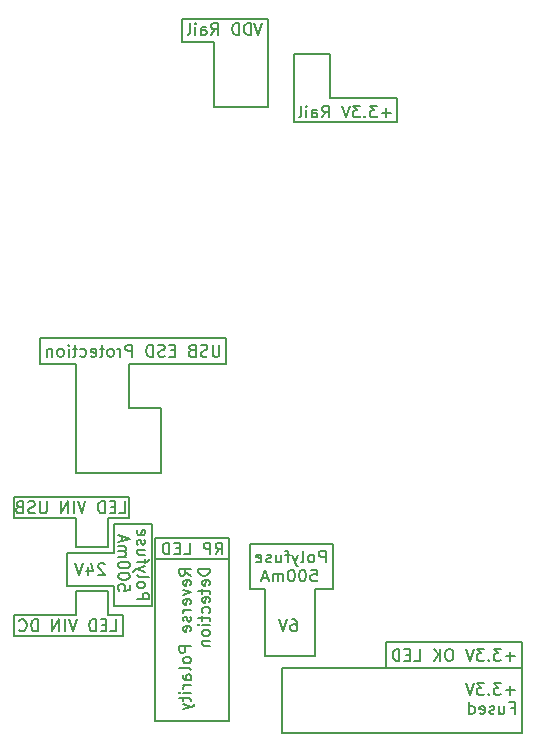
<source format=gbo>
G04 #@! TF.GenerationSoftware,KiCad,Pcbnew,7.0.9+1*
G04 #@! TF.CreationDate,2023-12-16T14:52:44+01:00*
G04 #@! TF.ProjectId,byron,6279726f-6e2e-46b6-9963-61645f706362,rev?*
G04 #@! TF.SameCoordinates,Original*
G04 #@! TF.FileFunction,Legend,Bot*
G04 #@! TF.FilePolarity,Positive*
%FSLAX46Y46*%
G04 Gerber Fmt 4.6, Leading zero omitted, Abs format (unit mm)*
G04 Created by KiCad (PCBNEW 7.0.9+1) date 2023-12-16 14:52:44*
%MOMM*%
%LPD*%
G01*
G04 APERTURE LIST*
%ADD10C,0.150000*%
%ADD11R,1.700000X1.700000*%
%ADD12O,1.700000X1.700000*%
%ADD13C,5.600000*%
%ADD14C,1.150000*%
%ADD15C,1.650000*%
%ADD16O,1.900000X1.000000*%
%ADD17O,1.250000X1.050000*%
%ADD18C,2.500000*%
G04 APERTURE END LIST*
D10*
X110950000Y-73950000D02*
X106450000Y-73950000D01*
X97450000Y-116950000D02*
X97450000Y-114950000D01*
X89450000Y-116950000D02*
X89450000Y-118700000D01*
X106450000Y-73950000D02*
X106450000Y-68450000D01*
X101200000Y-116200000D02*
X97950000Y-116200000D01*
X89450000Y-106950000D02*
X89450000Y-108700000D01*
X89450000Y-116950000D02*
X94700000Y-116950000D01*
X94700000Y-95700000D02*
X94700000Y-104950000D01*
X107450000Y-95700000D02*
X107450000Y-93450000D01*
X94700000Y-104950000D02*
X101950000Y-104950000D01*
X97950000Y-114450000D02*
X97950000Y-116200000D01*
X106450000Y-68450000D02*
X103700000Y-68450000D01*
X97950000Y-114450000D02*
X93950000Y-114450000D01*
X114950000Y-114700000D02*
X114950000Y-120450000D01*
X107450000Y-93450000D02*
X91700000Y-93450000D01*
X101200000Y-109200000D02*
X101200000Y-116200000D01*
X97450000Y-116950000D02*
X98700000Y-116950000D01*
X120950000Y-119200000D02*
X132450000Y-119200000D01*
X98700000Y-116950000D02*
X98700000Y-118700000D01*
X101450000Y-112200000D02*
X107700000Y-112200000D01*
X113200000Y-75200000D02*
X113200000Y-73200000D01*
X94700000Y-111200000D02*
X97450000Y-111200000D01*
X99200000Y-106950000D02*
X89450000Y-106950000D01*
X120950000Y-121450000D02*
X120950000Y-119200000D01*
X121950000Y-75200000D02*
X113200000Y-75200000D01*
X99200000Y-95700000D02*
X101950000Y-95700000D01*
X101950000Y-95700000D02*
X107450000Y-95700000D01*
X132450000Y-119200000D02*
X132450000Y-121450000D01*
X101450000Y-125950000D02*
X107700000Y-125950000D01*
X97950000Y-109200000D02*
X97950000Y-111700000D01*
X97450000Y-111200000D02*
X97450000Y-108700000D01*
X107700000Y-110450000D02*
X101450000Y-110450000D01*
X99200000Y-99450000D02*
X99200000Y-95700000D01*
X114950000Y-114700000D02*
X116450000Y-114700000D01*
X94700000Y-114950000D02*
X94700000Y-116950000D01*
X93950000Y-114450000D02*
X93950000Y-111700000D01*
X109450000Y-114700000D02*
X109450000Y-110950000D01*
X103700000Y-68450000D02*
X103700000Y-66450000D01*
X121950000Y-73200000D02*
X121950000Y-75200000D01*
X112200000Y-121450000D02*
X112200000Y-126950000D01*
X107700000Y-125950000D02*
X107700000Y-110450000D01*
X94700000Y-114950000D02*
X97450000Y-114950000D01*
X97450000Y-108700000D02*
X99200000Y-108700000D01*
X132450000Y-121450000D02*
X112200000Y-121450000D01*
X110950000Y-66450000D02*
X110950000Y-73950000D01*
X103700000Y-66450000D02*
X110950000Y-66450000D01*
X116200000Y-69450000D02*
X116200000Y-73200000D01*
X113200000Y-73200000D02*
X113200000Y-69450000D01*
X101950000Y-99450000D02*
X99200000Y-99450000D01*
X110700000Y-114700000D02*
X109450000Y-114700000D01*
X91700000Y-95700000D02*
X94700000Y-95700000D01*
X109450000Y-110950000D02*
X116450000Y-110950000D01*
X113200000Y-69450000D02*
X116200000Y-69450000D01*
X114950000Y-120450000D02*
X110700000Y-120450000D01*
X99200000Y-108700000D02*
X99200000Y-106950000D01*
X101200000Y-109200000D02*
X97950000Y-109200000D01*
X93950000Y-111700000D02*
X97950000Y-111700000D01*
X112200000Y-126950000D02*
X132450000Y-126950000D01*
X116200000Y-73200000D02*
X121950000Y-73200000D01*
X110700000Y-120450000D02*
X110700000Y-114700000D01*
X94700000Y-108700000D02*
X94700000Y-111200000D01*
X132450000Y-126950000D02*
X132450000Y-121450000D01*
X101450000Y-110450000D02*
X101450000Y-125950000D01*
X98700000Y-118700000D02*
X89450000Y-118700000D01*
X91700000Y-93450000D02*
X91700000Y-95700000D01*
X116450000Y-110950000D02*
X116450000Y-114700000D01*
X101950000Y-104950000D02*
X101950000Y-99450000D01*
X89450000Y-108700000D02*
X94700000Y-108700000D01*
X110506077Y-66819819D02*
X110172744Y-67819819D01*
X110172744Y-67819819D02*
X109839411Y-66819819D01*
X109506077Y-67819819D02*
X109506077Y-66819819D01*
X109506077Y-66819819D02*
X109267982Y-66819819D01*
X109267982Y-66819819D02*
X109125125Y-66867438D01*
X109125125Y-66867438D02*
X109029887Y-66962676D01*
X109029887Y-66962676D02*
X108982268Y-67057914D01*
X108982268Y-67057914D02*
X108934649Y-67248390D01*
X108934649Y-67248390D02*
X108934649Y-67391247D01*
X108934649Y-67391247D02*
X108982268Y-67581723D01*
X108982268Y-67581723D02*
X109029887Y-67676961D01*
X109029887Y-67676961D02*
X109125125Y-67772200D01*
X109125125Y-67772200D02*
X109267982Y-67819819D01*
X109267982Y-67819819D02*
X109506077Y-67819819D01*
X108506077Y-67819819D02*
X108506077Y-66819819D01*
X108506077Y-66819819D02*
X108267982Y-66819819D01*
X108267982Y-66819819D02*
X108125125Y-66867438D01*
X108125125Y-66867438D02*
X108029887Y-66962676D01*
X108029887Y-66962676D02*
X107982268Y-67057914D01*
X107982268Y-67057914D02*
X107934649Y-67248390D01*
X107934649Y-67248390D02*
X107934649Y-67391247D01*
X107934649Y-67391247D02*
X107982268Y-67581723D01*
X107982268Y-67581723D02*
X108029887Y-67676961D01*
X108029887Y-67676961D02*
X108125125Y-67772200D01*
X108125125Y-67772200D02*
X108267982Y-67819819D01*
X108267982Y-67819819D02*
X108506077Y-67819819D01*
X106172744Y-67819819D02*
X106506077Y-67343628D01*
X106744172Y-67819819D02*
X106744172Y-66819819D01*
X106744172Y-66819819D02*
X106363220Y-66819819D01*
X106363220Y-66819819D02*
X106267982Y-66867438D01*
X106267982Y-66867438D02*
X106220363Y-66915057D01*
X106220363Y-66915057D02*
X106172744Y-67010295D01*
X106172744Y-67010295D02*
X106172744Y-67153152D01*
X106172744Y-67153152D02*
X106220363Y-67248390D01*
X106220363Y-67248390D02*
X106267982Y-67296009D01*
X106267982Y-67296009D02*
X106363220Y-67343628D01*
X106363220Y-67343628D02*
X106744172Y-67343628D01*
X105315601Y-67819819D02*
X105315601Y-67296009D01*
X105315601Y-67296009D02*
X105363220Y-67200771D01*
X105363220Y-67200771D02*
X105458458Y-67153152D01*
X105458458Y-67153152D02*
X105648934Y-67153152D01*
X105648934Y-67153152D02*
X105744172Y-67200771D01*
X105315601Y-67772200D02*
X105410839Y-67819819D01*
X105410839Y-67819819D02*
X105648934Y-67819819D01*
X105648934Y-67819819D02*
X105744172Y-67772200D01*
X105744172Y-67772200D02*
X105791791Y-67676961D01*
X105791791Y-67676961D02*
X105791791Y-67581723D01*
X105791791Y-67581723D02*
X105744172Y-67486485D01*
X105744172Y-67486485D02*
X105648934Y-67438866D01*
X105648934Y-67438866D02*
X105410839Y-67438866D01*
X105410839Y-67438866D02*
X105315601Y-67391247D01*
X104839410Y-67819819D02*
X104839410Y-67153152D01*
X104839410Y-66819819D02*
X104887029Y-66867438D01*
X104887029Y-66867438D02*
X104839410Y-66915057D01*
X104839410Y-66915057D02*
X104791791Y-66867438D01*
X104791791Y-66867438D02*
X104839410Y-66819819D01*
X104839410Y-66819819D02*
X104839410Y-66915057D01*
X104220363Y-67819819D02*
X104315601Y-67772200D01*
X104315601Y-67772200D02*
X104363220Y-67676961D01*
X104363220Y-67676961D02*
X104363220Y-66819819D01*
X112984649Y-117319819D02*
X113175125Y-117319819D01*
X113175125Y-117319819D02*
X113270363Y-117367438D01*
X113270363Y-117367438D02*
X113317982Y-117415057D01*
X113317982Y-117415057D02*
X113413220Y-117557914D01*
X113413220Y-117557914D02*
X113460839Y-117748390D01*
X113460839Y-117748390D02*
X113460839Y-118129342D01*
X113460839Y-118129342D02*
X113413220Y-118224580D01*
X113413220Y-118224580D02*
X113365601Y-118272200D01*
X113365601Y-118272200D02*
X113270363Y-118319819D01*
X113270363Y-118319819D02*
X113079887Y-118319819D01*
X113079887Y-118319819D02*
X112984649Y-118272200D01*
X112984649Y-118272200D02*
X112937030Y-118224580D01*
X112937030Y-118224580D02*
X112889411Y-118129342D01*
X112889411Y-118129342D02*
X112889411Y-117891247D01*
X112889411Y-117891247D02*
X112937030Y-117796009D01*
X112937030Y-117796009D02*
X112984649Y-117748390D01*
X112984649Y-117748390D02*
X113079887Y-117700771D01*
X113079887Y-117700771D02*
X113270363Y-117700771D01*
X113270363Y-117700771D02*
X113365601Y-117748390D01*
X113365601Y-117748390D02*
X113413220Y-117796009D01*
X113413220Y-117796009D02*
X113460839Y-117891247D01*
X112603696Y-117319819D02*
X112270363Y-118319819D01*
X112270363Y-118319819D02*
X111937030Y-117319819D01*
X98387030Y-108319819D02*
X98863220Y-108319819D01*
X98863220Y-108319819D02*
X98863220Y-107319819D01*
X98053696Y-107796009D02*
X97720363Y-107796009D01*
X97577506Y-108319819D02*
X98053696Y-108319819D01*
X98053696Y-108319819D02*
X98053696Y-107319819D01*
X98053696Y-107319819D02*
X97577506Y-107319819D01*
X97148934Y-108319819D02*
X97148934Y-107319819D01*
X97148934Y-107319819D02*
X96910839Y-107319819D01*
X96910839Y-107319819D02*
X96767982Y-107367438D01*
X96767982Y-107367438D02*
X96672744Y-107462676D01*
X96672744Y-107462676D02*
X96625125Y-107557914D01*
X96625125Y-107557914D02*
X96577506Y-107748390D01*
X96577506Y-107748390D02*
X96577506Y-107891247D01*
X96577506Y-107891247D02*
X96625125Y-108081723D01*
X96625125Y-108081723D02*
X96672744Y-108176961D01*
X96672744Y-108176961D02*
X96767982Y-108272200D01*
X96767982Y-108272200D02*
X96910839Y-108319819D01*
X96910839Y-108319819D02*
X97148934Y-108319819D01*
X95529886Y-107319819D02*
X95196553Y-108319819D01*
X95196553Y-108319819D02*
X94863220Y-107319819D01*
X94529886Y-108319819D02*
X94529886Y-107319819D01*
X94053696Y-108319819D02*
X94053696Y-107319819D01*
X94053696Y-107319819D02*
X93482268Y-108319819D01*
X93482268Y-108319819D02*
X93482268Y-107319819D01*
X92244172Y-107319819D02*
X92244172Y-108129342D01*
X92244172Y-108129342D02*
X92196553Y-108224580D01*
X92196553Y-108224580D02*
X92148934Y-108272200D01*
X92148934Y-108272200D02*
X92053696Y-108319819D01*
X92053696Y-108319819D02*
X91863220Y-108319819D01*
X91863220Y-108319819D02*
X91767982Y-108272200D01*
X91767982Y-108272200D02*
X91720363Y-108224580D01*
X91720363Y-108224580D02*
X91672744Y-108129342D01*
X91672744Y-108129342D02*
X91672744Y-107319819D01*
X91244172Y-108272200D02*
X91101315Y-108319819D01*
X91101315Y-108319819D02*
X90863220Y-108319819D01*
X90863220Y-108319819D02*
X90767982Y-108272200D01*
X90767982Y-108272200D02*
X90720363Y-108224580D01*
X90720363Y-108224580D02*
X90672744Y-108129342D01*
X90672744Y-108129342D02*
X90672744Y-108034104D01*
X90672744Y-108034104D02*
X90720363Y-107938866D01*
X90720363Y-107938866D02*
X90767982Y-107891247D01*
X90767982Y-107891247D02*
X90863220Y-107843628D01*
X90863220Y-107843628D02*
X91053696Y-107796009D01*
X91053696Y-107796009D02*
X91148934Y-107748390D01*
X91148934Y-107748390D02*
X91196553Y-107700771D01*
X91196553Y-107700771D02*
X91244172Y-107605533D01*
X91244172Y-107605533D02*
X91244172Y-107510295D01*
X91244172Y-107510295D02*
X91196553Y-107415057D01*
X91196553Y-107415057D02*
X91148934Y-107367438D01*
X91148934Y-107367438D02*
X91053696Y-107319819D01*
X91053696Y-107319819D02*
X90815601Y-107319819D01*
X90815601Y-107319819D02*
X90672744Y-107367438D01*
X89910839Y-107796009D02*
X89767982Y-107843628D01*
X89767982Y-107843628D02*
X89720363Y-107891247D01*
X89720363Y-107891247D02*
X89672744Y-107986485D01*
X89672744Y-107986485D02*
X89672744Y-108129342D01*
X89672744Y-108129342D02*
X89720363Y-108224580D01*
X89720363Y-108224580D02*
X89767982Y-108272200D01*
X89767982Y-108272200D02*
X89863220Y-108319819D01*
X89863220Y-108319819D02*
X90244172Y-108319819D01*
X90244172Y-108319819D02*
X90244172Y-107319819D01*
X90244172Y-107319819D02*
X89910839Y-107319819D01*
X89910839Y-107319819D02*
X89815601Y-107367438D01*
X89815601Y-107367438D02*
X89767982Y-107415057D01*
X89767982Y-107415057D02*
X89720363Y-107510295D01*
X89720363Y-107510295D02*
X89720363Y-107605533D01*
X89720363Y-107605533D02*
X89767982Y-107700771D01*
X89767982Y-107700771D02*
X89815601Y-107748390D01*
X89815601Y-107748390D02*
X89910839Y-107796009D01*
X89910839Y-107796009D02*
X90244172Y-107796009D01*
X131863220Y-120438866D02*
X131101316Y-120438866D01*
X131482268Y-120819819D02*
X131482268Y-120057914D01*
X130720363Y-119819819D02*
X130101316Y-119819819D01*
X130101316Y-119819819D02*
X130434649Y-120200771D01*
X130434649Y-120200771D02*
X130291792Y-120200771D01*
X130291792Y-120200771D02*
X130196554Y-120248390D01*
X130196554Y-120248390D02*
X130148935Y-120296009D01*
X130148935Y-120296009D02*
X130101316Y-120391247D01*
X130101316Y-120391247D02*
X130101316Y-120629342D01*
X130101316Y-120629342D02*
X130148935Y-120724580D01*
X130148935Y-120724580D02*
X130196554Y-120772200D01*
X130196554Y-120772200D02*
X130291792Y-120819819D01*
X130291792Y-120819819D02*
X130577506Y-120819819D01*
X130577506Y-120819819D02*
X130672744Y-120772200D01*
X130672744Y-120772200D02*
X130720363Y-120724580D01*
X129672744Y-120724580D02*
X129625125Y-120772200D01*
X129625125Y-120772200D02*
X129672744Y-120819819D01*
X129672744Y-120819819D02*
X129720363Y-120772200D01*
X129720363Y-120772200D02*
X129672744Y-120724580D01*
X129672744Y-120724580D02*
X129672744Y-120819819D01*
X129291792Y-119819819D02*
X128672745Y-119819819D01*
X128672745Y-119819819D02*
X129006078Y-120200771D01*
X129006078Y-120200771D02*
X128863221Y-120200771D01*
X128863221Y-120200771D02*
X128767983Y-120248390D01*
X128767983Y-120248390D02*
X128720364Y-120296009D01*
X128720364Y-120296009D02*
X128672745Y-120391247D01*
X128672745Y-120391247D02*
X128672745Y-120629342D01*
X128672745Y-120629342D02*
X128720364Y-120724580D01*
X128720364Y-120724580D02*
X128767983Y-120772200D01*
X128767983Y-120772200D02*
X128863221Y-120819819D01*
X128863221Y-120819819D02*
X129148935Y-120819819D01*
X129148935Y-120819819D02*
X129244173Y-120772200D01*
X129244173Y-120772200D02*
X129291792Y-120724580D01*
X128387030Y-119819819D02*
X128053697Y-120819819D01*
X128053697Y-120819819D02*
X127720364Y-119819819D01*
X126434649Y-119819819D02*
X126244173Y-119819819D01*
X126244173Y-119819819D02*
X126148935Y-119867438D01*
X126148935Y-119867438D02*
X126053697Y-119962676D01*
X126053697Y-119962676D02*
X126006078Y-120153152D01*
X126006078Y-120153152D02*
X126006078Y-120486485D01*
X126006078Y-120486485D02*
X126053697Y-120676961D01*
X126053697Y-120676961D02*
X126148935Y-120772200D01*
X126148935Y-120772200D02*
X126244173Y-120819819D01*
X126244173Y-120819819D02*
X126434649Y-120819819D01*
X126434649Y-120819819D02*
X126529887Y-120772200D01*
X126529887Y-120772200D02*
X126625125Y-120676961D01*
X126625125Y-120676961D02*
X126672744Y-120486485D01*
X126672744Y-120486485D02*
X126672744Y-120153152D01*
X126672744Y-120153152D02*
X126625125Y-119962676D01*
X126625125Y-119962676D02*
X126529887Y-119867438D01*
X126529887Y-119867438D02*
X126434649Y-119819819D01*
X125577506Y-120819819D02*
X125577506Y-119819819D01*
X125006078Y-120819819D02*
X125434649Y-120248390D01*
X125006078Y-119819819D02*
X125577506Y-120391247D01*
X123339411Y-120819819D02*
X123815601Y-120819819D01*
X123815601Y-120819819D02*
X123815601Y-119819819D01*
X123006077Y-120296009D02*
X122672744Y-120296009D01*
X122529887Y-120819819D02*
X123006077Y-120819819D01*
X123006077Y-120819819D02*
X123006077Y-119819819D01*
X123006077Y-119819819D02*
X122529887Y-119819819D01*
X122101315Y-120819819D02*
X122101315Y-119819819D01*
X122101315Y-119819819D02*
X121863220Y-119819819D01*
X121863220Y-119819819D02*
X121720363Y-119867438D01*
X121720363Y-119867438D02*
X121625125Y-119962676D01*
X121625125Y-119962676D02*
X121577506Y-120057914D01*
X121577506Y-120057914D02*
X121529887Y-120248390D01*
X121529887Y-120248390D02*
X121529887Y-120391247D01*
X121529887Y-120391247D02*
X121577506Y-120581723D01*
X121577506Y-120581723D02*
X121625125Y-120676961D01*
X121625125Y-120676961D02*
X121720363Y-120772200D01*
X121720363Y-120772200D02*
X121863220Y-120819819D01*
X121863220Y-120819819D02*
X122101315Y-120819819D01*
X115863220Y-112489819D02*
X115863220Y-111489819D01*
X115863220Y-111489819D02*
X115482268Y-111489819D01*
X115482268Y-111489819D02*
X115387030Y-111537438D01*
X115387030Y-111537438D02*
X115339411Y-111585057D01*
X115339411Y-111585057D02*
X115291792Y-111680295D01*
X115291792Y-111680295D02*
X115291792Y-111823152D01*
X115291792Y-111823152D02*
X115339411Y-111918390D01*
X115339411Y-111918390D02*
X115387030Y-111966009D01*
X115387030Y-111966009D02*
X115482268Y-112013628D01*
X115482268Y-112013628D02*
X115863220Y-112013628D01*
X114720363Y-112489819D02*
X114815601Y-112442200D01*
X114815601Y-112442200D02*
X114863220Y-112394580D01*
X114863220Y-112394580D02*
X114910839Y-112299342D01*
X114910839Y-112299342D02*
X114910839Y-112013628D01*
X114910839Y-112013628D02*
X114863220Y-111918390D01*
X114863220Y-111918390D02*
X114815601Y-111870771D01*
X114815601Y-111870771D02*
X114720363Y-111823152D01*
X114720363Y-111823152D02*
X114577506Y-111823152D01*
X114577506Y-111823152D02*
X114482268Y-111870771D01*
X114482268Y-111870771D02*
X114434649Y-111918390D01*
X114434649Y-111918390D02*
X114387030Y-112013628D01*
X114387030Y-112013628D02*
X114387030Y-112299342D01*
X114387030Y-112299342D02*
X114434649Y-112394580D01*
X114434649Y-112394580D02*
X114482268Y-112442200D01*
X114482268Y-112442200D02*
X114577506Y-112489819D01*
X114577506Y-112489819D02*
X114720363Y-112489819D01*
X113815601Y-112489819D02*
X113910839Y-112442200D01*
X113910839Y-112442200D02*
X113958458Y-112346961D01*
X113958458Y-112346961D02*
X113958458Y-111489819D01*
X113529886Y-111823152D02*
X113291791Y-112489819D01*
X113053696Y-111823152D02*
X113291791Y-112489819D01*
X113291791Y-112489819D02*
X113387029Y-112727914D01*
X113387029Y-112727914D02*
X113434648Y-112775533D01*
X113434648Y-112775533D02*
X113529886Y-112823152D01*
X112815600Y-111823152D02*
X112434648Y-111823152D01*
X112672743Y-112489819D02*
X112672743Y-111632676D01*
X112672743Y-111632676D02*
X112625124Y-111537438D01*
X112625124Y-111537438D02*
X112529886Y-111489819D01*
X112529886Y-111489819D02*
X112434648Y-111489819D01*
X111672743Y-111823152D02*
X111672743Y-112489819D01*
X112101314Y-111823152D02*
X112101314Y-112346961D01*
X112101314Y-112346961D02*
X112053695Y-112442200D01*
X112053695Y-112442200D02*
X111958457Y-112489819D01*
X111958457Y-112489819D02*
X111815600Y-112489819D01*
X111815600Y-112489819D02*
X111720362Y-112442200D01*
X111720362Y-112442200D02*
X111672743Y-112394580D01*
X111244171Y-112442200D02*
X111148933Y-112489819D01*
X111148933Y-112489819D02*
X110958457Y-112489819D01*
X110958457Y-112489819D02*
X110863219Y-112442200D01*
X110863219Y-112442200D02*
X110815600Y-112346961D01*
X110815600Y-112346961D02*
X110815600Y-112299342D01*
X110815600Y-112299342D02*
X110863219Y-112204104D01*
X110863219Y-112204104D02*
X110958457Y-112156485D01*
X110958457Y-112156485D02*
X111101314Y-112156485D01*
X111101314Y-112156485D02*
X111196552Y-112108866D01*
X111196552Y-112108866D02*
X111244171Y-112013628D01*
X111244171Y-112013628D02*
X111244171Y-111966009D01*
X111244171Y-111966009D02*
X111196552Y-111870771D01*
X111196552Y-111870771D02*
X111101314Y-111823152D01*
X111101314Y-111823152D02*
X110958457Y-111823152D01*
X110958457Y-111823152D02*
X110863219Y-111870771D01*
X110006076Y-112442200D02*
X110101314Y-112489819D01*
X110101314Y-112489819D02*
X110291790Y-112489819D01*
X110291790Y-112489819D02*
X110387028Y-112442200D01*
X110387028Y-112442200D02*
X110434647Y-112346961D01*
X110434647Y-112346961D02*
X110434647Y-111966009D01*
X110434647Y-111966009D02*
X110387028Y-111870771D01*
X110387028Y-111870771D02*
X110291790Y-111823152D01*
X110291790Y-111823152D02*
X110101314Y-111823152D01*
X110101314Y-111823152D02*
X110006076Y-111870771D01*
X110006076Y-111870771D02*
X109958457Y-111966009D01*
X109958457Y-111966009D02*
X109958457Y-112061247D01*
X109958457Y-112061247D02*
X110434647Y-112156485D01*
X114625125Y-113099819D02*
X115101315Y-113099819D01*
X115101315Y-113099819D02*
X115148934Y-113576009D01*
X115148934Y-113576009D02*
X115101315Y-113528390D01*
X115101315Y-113528390D02*
X115006077Y-113480771D01*
X115006077Y-113480771D02*
X114767982Y-113480771D01*
X114767982Y-113480771D02*
X114672744Y-113528390D01*
X114672744Y-113528390D02*
X114625125Y-113576009D01*
X114625125Y-113576009D02*
X114577506Y-113671247D01*
X114577506Y-113671247D02*
X114577506Y-113909342D01*
X114577506Y-113909342D02*
X114625125Y-114004580D01*
X114625125Y-114004580D02*
X114672744Y-114052200D01*
X114672744Y-114052200D02*
X114767982Y-114099819D01*
X114767982Y-114099819D02*
X115006077Y-114099819D01*
X115006077Y-114099819D02*
X115101315Y-114052200D01*
X115101315Y-114052200D02*
X115148934Y-114004580D01*
X113958458Y-113099819D02*
X113863220Y-113099819D01*
X113863220Y-113099819D02*
X113767982Y-113147438D01*
X113767982Y-113147438D02*
X113720363Y-113195057D01*
X113720363Y-113195057D02*
X113672744Y-113290295D01*
X113672744Y-113290295D02*
X113625125Y-113480771D01*
X113625125Y-113480771D02*
X113625125Y-113718866D01*
X113625125Y-113718866D02*
X113672744Y-113909342D01*
X113672744Y-113909342D02*
X113720363Y-114004580D01*
X113720363Y-114004580D02*
X113767982Y-114052200D01*
X113767982Y-114052200D02*
X113863220Y-114099819D01*
X113863220Y-114099819D02*
X113958458Y-114099819D01*
X113958458Y-114099819D02*
X114053696Y-114052200D01*
X114053696Y-114052200D02*
X114101315Y-114004580D01*
X114101315Y-114004580D02*
X114148934Y-113909342D01*
X114148934Y-113909342D02*
X114196553Y-113718866D01*
X114196553Y-113718866D02*
X114196553Y-113480771D01*
X114196553Y-113480771D02*
X114148934Y-113290295D01*
X114148934Y-113290295D02*
X114101315Y-113195057D01*
X114101315Y-113195057D02*
X114053696Y-113147438D01*
X114053696Y-113147438D02*
X113958458Y-113099819D01*
X113006077Y-113099819D02*
X112910839Y-113099819D01*
X112910839Y-113099819D02*
X112815601Y-113147438D01*
X112815601Y-113147438D02*
X112767982Y-113195057D01*
X112767982Y-113195057D02*
X112720363Y-113290295D01*
X112720363Y-113290295D02*
X112672744Y-113480771D01*
X112672744Y-113480771D02*
X112672744Y-113718866D01*
X112672744Y-113718866D02*
X112720363Y-113909342D01*
X112720363Y-113909342D02*
X112767982Y-114004580D01*
X112767982Y-114004580D02*
X112815601Y-114052200D01*
X112815601Y-114052200D02*
X112910839Y-114099819D01*
X112910839Y-114099819D02*
X113006077Y-114099819D01*
X113006077Y-114099819D02*
X113101315Y-114052200D01*
X113101315Y-114052200D02*
X113148934Y-114004580D01*
X113148934Y-114004580D02*
X113196553Y-113909342D01*
X113196553Y-113909342D02*
X113244172Y-113718866D01*
X113244172Y-113718866D02*
X113244172Y-113480771D01*
X113244172Y-113480771D02*
X113196553Y-113290295D01*
X113196553Y-113290295D02*
X113148934Y-113195057D01*
X113148934Y-113195057D02*
X113101315Y-113147438D01*
X113101315Y-113147438D02*
X113006077Y-113099819D01*
X112244172Y-114099819D02*
X112244172Y-113433152D01*
X112244172Y-113528390D02*
X112196553Y-113480771D01*
X112196553Y-113480771D02*
X112101315Y-113433152D01*
X112101315Y-113433152D02*
X111958458Y-113433152D01*
X111958458Y-113433152D02*
X111863220Y-113480771D01*
X111863220Y-113480771D02*
X111815601Y-113576009D01*
X111815601Y-113576009D02*
X111815601Y-114099819D01*
X111815601Y-113576009D02*
X111767982Y-113480771D01*
X111767982Y-113480771D02*
X111672744Y-113433152D01*
X111672744Y-113433152D02*
X111529887Y-113433152D01*
X111529887Y-113433152D02*
X111434648Y-113480771D01*
X111434648Y-113480771D02*
X111387029Y-113576009D01*
X111387029Y-113576009D02*
X111387029Y-114099819D01*
X110958458Y-113814104D02*
X110482268Y-113814104D01*
X111053696Y-114099819D02*
X110720363Y-113099819D01*
X110720363Y-113099819D02*
X110387030Y-114099819D01*
X97160839Y-112665057D02*
X97113220Y-112617438D01*
X97113220Y-112617438D02*
X97017982Y-112569819D01*
X97017982Y-112569819D02*
X96779887Y-112569819D01*
X96779887Y-112569819D02*
X96684649Y-112617438D01*
X96684649Y-112617438D02*
X96637030Y-112665057D01*
X96637030Y-112665057D02*
X96589411Y-112760295D01*
X96589411Y-112760295D02*
X96589411Y-112855533D01*
X96589411Y-112855533D02*
X96637030Y-112998390D01*
X96637030Y-112998390D02*
X97208458Y-113569819D01*
X97208458Y-113569819D02*
X96589411Y-113569819D01*
X95732268Y-112903152D02*
X95732268Y-113569819D01*
X95970363Y-112522200D02*
X96208458Y-113236485D01*
X96208458Y-113236485D02*
X95589411Y-113236485D01*
X95351315Y-112569819D02*
X95017982Y-113569819D01*
X95017982Y-113569819D02*
X94684649Y-112569819D01*
X104459819Y-113608207D02*
X103983628Y-113274874D01*
X104459819Y-113036779D02*
X103459819Y-113036779D01*
X103459819Y-113036779D02*
X103459819Y-113417731D01*
X103459819Y-113417731D02*
X103507438Y-113512969D01*
X103507438Y-113512969D02*
X103555057Y-113560588D01*
X103555057Y-113560588D02*
X103650295Y-113608207D01*
X103650295Y-113608207D02*
X103793152Y-113608207D01*
X103793152Y-113608207D02*
X103888390Y-113560588D01*
X103888390Y-113560588D02*
X103936009Y-113512969D01*
X103936009Y-113512969D02*
X103983628Y-113417731D01*
X103983628Y-113417731D02*
X103983628Y-113036779D01*
X104412200Y-114417731D02*
X104459819Y-114322493D01*
X104459819Y-114322493D02*
X104459819Y-114132017D01*
X104459819Y-114132017D02*
X104412200Y-114036779D01*
X104412200Y-114036779D02*
X104316961Y-113989160D01*
X104316961Y-113989160D02*
X103936009Y-113989160D01*
X103936009Y-113989160D02*
X103840771Y-114036779D01*
X103840771Y-114036779D02*
X103793152Y-114132017D01*
X103793152Y-114132017D02*
X103793152Y-114322493D01*
X103793152Y-114322493D02*
X103840771Y-114417731D01*
X103840771Y-114417731D02*
X103936009Y-114465350D01*
X103936009Y-114465350D02*
X104031247Y-114465350D01*
X104031247Y-114465350D02*
X104126485Y-113989160D01*
X103793152Y-114798684D02*
X104459819Y-115036779D01*
X104459819Y-115036779D02*
X103793152Y-115274874D01*
X104412200Y-116036779D02*
X104459819Y-115941541D01*
X104459819Y-115941541D02*
X104459819Y-115751065D01*
X104459819Y-115751065D02*
X104412200Y-115655827D01*
X104412200Y-115655827D02*
X104316961Y-115608208D01*
X104316961Y-115608208D02*
X103936009Y-115608208D01*
X103936009Y-115608208D02*
X103840771Y-115655827D01*
X103840771Y-115655827D02*
X103793152Y-115751065D01*
X103793152Y-115751065D02*
X103793152Y-115941541D01*
X103793152Y-115941541D02*
X103840771Y-116036779D01*
X103840771Y-116036779D02*
X103936009Y-116084398D01*
X103936009Y-116084398D02*
X104031247Y-116084398D01*
X104031247Y-116084398D02*
X104126485Y-115608208D01*
X104459819Y-116512970D02*
X103793152Y-116512970D01*
X103983628Y-116512970D02*
X103888390Y-116560589D01*
X103888390Y-116560589D02*
X103840771Y-116608208D01*
X103840771Y-116608208D02*
X103793152Y-116703446D01*
X103793152Y-116703446D02*
X103793152Y-116798684D01*
X104412200Y-117084399D02*
X104459819Y-117179637D01*
X104459819Y-117179637D02*
X104459819Y-117370113D01*
X104459819Y-117370113D02*
X104412200Y-117465351D01*
X104412200Y-117465351D02*
X104316961Y-117512970D01*
X104316961Y-117512970D02*
X104269342Y-117512970D01*
X104269342Y-117512970D02*
X104174104Y-117465351D01*
X104174104Y-117465351D02*
X104126485Y-117370113D01*
X104126485Y-117370113D02*
X104126485Y-117227256D01*
X104126485Y-117227256D02*
X104078866Y-117132018D01*
X104078866Y-117132018D02*
X103983628Y-117084399D01*
X103983628Y-117084399D02*
X103936009Y-117084399D01*
X103936009Y-117084399D02*
X103840771Y-117132018D01*
X103840771Y-117132018D02*
X103793152Y-117227256D01*
X103793152Y-117227256D02*
X103793152Y-117370113D01*
X103793152Y-117370113D02*
X103840771Y-117465351D01*
X104412200Y-118322494D02*
X104459819Y-118227256D01*
X104459819Y-118227256D02*
X104459819Y-118036780D01*
X104459819Y-118036780D02*
X104412200Y-117941542D01*
X104412200Y-117941542D02*
X104316961Y-117893923D01*
X104316961Y-117893923D02*
X103936009Y-117893923D01*
X103936009Y-117893923D02*
X103840771Y-117941542D01*
X103840771Y-117941542D02*
X103793152Y-118036780D01*
X103793152Y-118036780D02*
X103793152Y-118227256D01*
X103793152Y-118227256D02*
X103840771Y-118322494D01*
X103840771Y-118322494D02*
X103936009Y-118370113D01*
X103936009Y-118370113D02*
X104031247Y-118370113D01*
X104031247Y-118370113D02*
X104126485Y-117893923D01*
X104459819Y-119560590D02*
X103459819Y-119560590D01*
X103459819Y-119560590D02*
X103459819Y-119941542D01*
X103459819Y-119941542D02*
X103507438Y-120036780D01*
X103507438Y-120036780D02*
X103555057Y-120084399D01*
X103555057Y-120084399D02*
X103650295Y-120132018D01*
X103650295Y-120132018D02*
X103793152Y-120132018D01*
X103793152Y-120132018D02*
X103888390Y-120084399D01*
X103888390Y-120084399D02*
X103936009Y-120036780D01*
X103936009Y-120036780D02*
X103983628Y-119941542D01*
X103983628Y-119941542D02*
X103983628Y-119560590D01*
X104459819Y-120703447D02*
X104412200Y-120608209D01*
X104412200Y-120608209D02*
X104364580Y-120560590D01*
X104364580Y-120560590D02*
X104269342Y-120512971D01*
X104269342Y-120512971D02*
X103983628Y-120512971D01*
X103983628Y-120512971D02*
X103888390Y-120560590D01*
X103888390Y-120560590D02*
X103840771Y-120608209D01*
X103840771Y-120608209D02*
X103793152Y-120703447D01*
X103793152Y-120703447D02*
X103793152Y-120846304D01*
X103793152Y-120846304D02*
X103840771Y-120941542D01*
X103840771Y-120941542D02*
X103888390Y-120989161D01*
X103888390Y-120989161D02*
X103983628Y-121036780D01*
X103983628Y-121036780D02*
X104269342Y-121036780D01*
X104269342Y-121036780D02*
X104364580Y-120989161D01*
X104364580Y-120989161D02*
X104412200Y-120941542D01*
X104412200Y-120941542D02*
X104459819Y-120846304D01*
X104459819Y-120846304D02*
X104459819Y-120703447D01*
X104459819Y-121608209D02*
X104412200Y-121512971D01*
X104412200Y-121512971D02*
X104316961Y-121465352D01*
X104316961Y-121465352D02*
X103459819Y-121465352D01*
X104459819Y-122417733D02*
X103936009Y-122417733D01*
X103936009Y-122417733D02*
X103840771Y-122370114D01*
X103840771Y-122370114D02*
X103793152Y-122274876D01*
X103793152Y-122274876D02*
X103793152Y-122084400D01*
X103793152Y-122084400D02*
X103840771Y-121989162D01*
X104412200Y-122417733D02*
X104459819Y-122322495D01*
X104459819Y-122322495D02*
X104459819Y-122084400D01*
X104459819Y-122084400D02*
X104412200Y-121989162D01*
X104412200Y-121989162D02*
X104316961Y-121941543D01*
X104316961Y-121941543D02*
X104221723Y-121941543D01*
X104221723Y-121941543D02*
X104126485Y-121989162D01*
X104126485Y-121989162D02*
X104078866Y-122084400D01*
X104078866Y-122084400D02*
X104078866Y-122322495D01*
X104078866Y-122322495D02*
X104031247Y-122417733D01*
X104459819Y-122893924D02*
X103793152Y-122893924D01*
X103983628Y-122893924D02*
X103888390Y-122941543D01*
X103888390Y-122941543D02*
X103840771Y-122989162D01*
X103840771Y-122989162D02*
X103793152Y-123084400D01*
X103793152Y-123084400D02*
X103793152Y-123179638D01*
X104459819Y-123512972D02*
X103793152Y-123512972D01*
X103459819Y-123512972D02*
X103507438Y-123465353D01*
X103507438Y-123465353D02*
X103555057Y-123512972D01*
X103555057Y-123512972D02*
X103507438Y-123560591D01*
X103507438Y-123560591D02*
X103459819Y-123512972D01*
X103459819Y-123512972D02*
X103555057Y-123512972D01*
X103793152Y-123846305D02*
X103793152Y-124227257D01*
X103459819Y-123989162D02*
X104316961Y-123989162D01*
X104316961Y-123989162D02*
X104412200Y-124036781D01*
X104412200Y-124036781D02*
X104459819Y-124132019D01*
X104459819Y-124132019D02*
X104459819Y-124227257D01*
X103793152Y-124465353D02*
X104459819Y-124703448D01*
X103793152Y-124941543D02*
X104459819Y-124703448D01*
X104459819Y-124703448D02*
X104697914Y-124608210D01*
X104697914Y-124608210D02*
X104745533Y-124560591D01*
X104745533Y-124560591D02*
X104793152Y-124465353D01*
X106069819Y-113036779D02*
X105069819Y-113036779D01*
X105069819Y-113036779D02*
X105069819Y-113274874D01*
X105069819Y-113274874D02*
X105117438Y-113417731D01*
X105117438Y-113417731D02*
X105212676Y-113512969D01*
X105212676Y-113512969D02*
X105307914Y-113560588D01*
X105307914Y-113560588D02*
X105498390Y-113608207D01*
X105498390Y-113608207D02*
X105641247Y-113608207D01*
X105641247Y-113608207D02*
X105831723Y-113560588D01*
X105831723Y-113560588D02*
X105926961Y-113512969D01*
X105926961Y-113512969D02*
X106022200Y-113417731D01*
X106022200Y-113417731D02*
X106069819Y-113274874D01*
X106069819Y-113274874D02*
X106069819Y-113036779D01*
X106022200Y-114417731D02*
X106069819Y-114322493D01*
X106069819Y-114322493D02*
X106069819Y-114132017D01*
X106069819Y-114132017D02*
X106022200Y-114036779D01*
X106022200Y-114036779D02*
X105926961Y-113989160D01*
X105926961Y-113989160D02*
X105546009Y-113989160D01*
X105546009Y-113989160D02*
X105450771Y-114036779D01*
X105450771Y-114036779D02*
X105403152Y-114132017D01*
X105403152Y-114132017D02*
X105403152Y-114322493D01*
X105403152Y-114322493D02*
X105450771Y-114417731D01*
X105450771Y-114417731D02*
X105546009Y-114465350D01*
X105546009Y-114465350D02*
X105641247Y-114465350D01*
X105641247Y-114465350D02*
X105736485Y-113989160D01*
X105403152Y-114751065D02*
X105403152Y-115132017D01*
X105069819Y-114893922D02*
X105926961Y-114893922D01*
X105926961Y-114893922D02*
X106022200Y-114941541D01*
X106022200Y-114941541D02*
X106069819Y-115036779D01*
X106069819Y-115036779D02*
X106069819Y-115132017D01*
X106022200Y-115846303D02*
X106069819Y-115751065D01*
X106069819Y-115751065D02*
X106069819Y-115560589D01*
X106069819Y-115560589D02*
X106022200Y-115465351D01*
X106022200Y-115465351D02*
X105926961Y-115417732D01*
X105926961Y-115417732D02*
X105546009Y-115417732D01*
X105546009Y-115417732D02*
X105450771Y-115465351D01*
X105450771Y-115465351D02*
X105403152Y-115560589D01*
X105403152Y-115560589D02*
X105403152Y-115751065D01*
X105403152Y-115751065D02*
X105450771Y-115846303D01*
X105450771Y-115846303D02*
X105546009Y-115893922D01*
X105546009Y-115893922D02*
X105641247Y-115893922D01*
X105641247Y-115893922D02*
X105736485Y-115417732D01*
X106022200Y-116751065D02*
X106069819Y-116655827D01*
X106069819Y-116655827D02*
X106069819Y-116465351D01*
X106069819Y-116465351D02*
X106022200Y-116370113D01*
X106022200Y-116370113D02*
X105974580Y-116322494D01*
X105974580Y-116322494D02*
X105879342Y-116274875D01*
X105879342Y-116274875D02*
X105593628Y-116274875D01*
X105593628Y-116274875D02*
X105498390Y-116322494D01*
X105498390Y-116322494D02*
X105450771Y-116370113D01*
X105450771Y-116370113D02*
X105403152Y-116465351D01*
X105403152Y-116465351D02*
X105403152Y-116655827D01*
X105403152Y-116655827D02*
X105450771Y-116751065D01*
X105403152Y-117036780D02*
X105403152Y-117417732D01*
X105069819Y-117179637D02*
X105926961Y-117179637D01*
X105926961Y-117179637D02*
X106022200Y-117227256D01*
X106022200Y-117227256D02*
X106069819Y-117322494D01*
X106069819Y-117322494D02*
X106069819Y-117417732D01*
X106069819Y-117751066D02*
X105403152Y-117751066D01*
X105069819Y-117751066D02*
X105117438Y-117703447D01*
X105117438Y-117703447D02*
X105165057Y-117751066D01*
X105165057Y-117751066D02*
X105117438Y-117798685D01*
X105117438Y-117798685D02*
X105069819Y-117751066D01*
X105069819Y-117751066D02*
X105165057Y-117751066D01*
X106069819Y-118370113D02*
X106022200Y-118274875D01*
X106022200Y-118274875D02*
X105974580Y-118227256D01*
X105974580Y-118227256D02*
X105879342Y-118179637D01*
X105879342Y-118179637D02*
X105593628Y-118179637D01*
X105593628Y-118179637D02*
X105498390Y-118227256D01*
X105498390Y-118227256D02*
X105450771Y-118274875D01*
X105450771Y-118274875D02*
X105403152Y-118370113D01*
X105403152Y-118370113D02*
X105403152Y-118512970D01*
X105403152Y-118512970D02*
X105450771Y-118608208D01*
X105450771Y-118608208D02*
X105498390Y-118655827D01*
X105498390Y-118655827D02*
X105593628Y-118703446D01*
X105593628Y-118703446D02*
X105879342Y-118703446D01*
X105879342Y-118703446D02*
X105974580Y-118655827D01*
X105974580Y-118655827D02*
X106022200Y-118608208D01*
X106022200Y-118608208D02*
X106069819Y-118512970D01*
X106069819Y-118512970D02*
X106069819Y-118370113D01*
X105403152Y-119132018D02*
X106069819Y-119132018D01*
X105498390Y-119132018D02*
X105450771Y-119179637D01*
X105450771Y-119179637D02*
X105403152Y-119274875D01*
X105403152Y-119274875D02*
X105403152Y-119417732D01*
X105403152Y-119417732D02*
X105450771Y-119512970D01*
X105450771Y-119512970D02*
X105546009Y-119560589D01*
X105546009Y-119560589D02*
X106069819Y-119560589D01*
X106541792Y-111819819D02*
X106875125Y-111343628D01*
X107113220Y-111819819D02*
X107113220Y-110819819D01*
X107113220Y-110819819D02*
X106732268Y-110819819D01*
X106732268Y-110819819D02*
X106637030Y-110867438D01*
X106637030Y-110867438D02*
X106589411Y-110915057D01*
X106589411Y-110915057D02*
X106541792Y-111010295D01*
X106541792Y-111010295D02*
X106541792Y-111153152D01*
X106541792Y-111153152D02*
X106589411Y-111248390D01*
X106589411Y-111248390D02*
X106637030Y-111296009D01*
X106637030Y-111296009D02*
X106732268Y-111343628D01*
X106732268Y-111343628D02*
X107113220Y-111343628D01*
X106113220Y-111819819D02*
X106113220Y-110819819D01*
X106113220Y-110819819D02*
X105732268Y-110819819D01*
X105732268Y-110819819D02*
X105637030Y-110867438D01*
X105637030Y-110867438D02*
X105589411Y-110915057D01*
X105589411Y-110915057D02*
X105541792Y-111010295D01*
X105541792Y-111010295D02*
X105541792Y-111153152D01*
X105541792Y-111153152D02*
X105589411Y-111248390D01*
X105589411Y-111248390D02*
X105637030Y-111296009D01*
X105637030Y-111296009D02*
X105732268Y-111343628D01*
X105732268Y-111343628D02*
X106113220Y-111343628D01*
X103875125Y-111819819D02*
X104351315Y-111819819D01*
X104351315Y-111819819D02*
X104351315Y-110819819D01*
X103541791Y-111296009D02*
X103208458Y-111296009D01*
X103065601Y-111819819D02*
X103541791Y-111819819D01*
X103541791Y-111819819D02*
X103541791Y-110819819D01*
X103541791Y-110819819D02*
X103065601Y-110819819D01*
X102637029Y-111819819D02*
X102637029Y-110819819D01*
X102637029Y-110819819D02*
X102398934Y-110819819D01*
X102398934Y-110819819D02*
X102256077Y-110867438D01*
X102256077Y-110867438D02*
X102160839Y-110962676D01*
X102160839Y-110962676D02*
X102113220Y-111057914D01*
X102113220Y-111057914D02*
X102065601Y-111248390D01*
X102065601Y-111248390D02*
X102065601Y-111391247D01*
X102065601Y-111391247D02*
X102113220Y-111581723D01*
X102113220Y-111581723D02*
X102160839Y-111676961D01*
X102160839Y-111676961D02*
X102256077Y-111772200D01*
X102256077Y-111772200D02*
X102398934Y-111819819D01*
X102398934Y-111819819D02*
X102637029Y-111819819D01*
X121363220Y-74438866D02*
X120601316Y-74438866D01*
X120982268Y-74819819D02*
X120982268Y-74057914D01*
X120220363Y-73819819D02*
X119601316Y-73819819D01*
X119601316Y-73819819D02*
X119934649Y-74200771D01*
X119934649Y-74200771D02*
X119791792Y-74200771D01*
X119791792Y-74200771D02*
X119696554Y-74248390D01*
X119696554Y-74248390D02*
X119648935Y-74296009D01*
X119648935Y-74296009D02*
X119601316Y-74391247D01*
X119601316Y-74391247D02*
X119601316Y-74629342D01*
X119601316Y-74629342D02*
X119648935Y-74724580D01*
X119648935Y-74724580D02*
X119696554Y-74772200D01*
X119696554Y-74772200D02*
X119791792Y-74819819D01*
X119791792Y-74819819D02*
X120077506Y-74819819D01*
X120077506Y-74819819D02*
X120172744Y-74772200D01*
X120172744Y-74772200D02*
X120220363Y-74724580D01*
X119172744Y-74724580D02*
X119125125Y-74772200D01*
X119125125Y-74772200D02*
X119172744Y-74819819D01*
X119172744Y-74819819D02*
X119220363Y-74772200D01*
X119220363Y-74772200D02*
X119172744Y-74724580D01*
X119172744Y-74724580D02*
X119172744Y-74819819D01*
X118791792Y-73819819D02*
X118172745Y-73819819D01*
X118172745Y-73819819D02*
X118506078Y-74200771D01*
X118506078Y-74200771D02*
X118363221Y-74200771D01*
X118363221Y-74200771D02*
X118267983Y-74248390D01*
X118267983Y-74248390D02*
X118220364Y-74296009D01*
X118220364Y-74296009D02*
X118172745Y-74391247D01*
X118172745Y-74391247D02*
X118172745Y-74629342D01*
X118172745Y-74629342D02*
X118220364Y-74724580D01*
X118220364Y-74724580D02*
X118267983Y-74772200D01*
X118267983Y-74772200D02*
X118363221Y-74819819D01*
X118363221Y-74819819D02*
X118648935Y-74819819D01*
X118648935Y-74819819D02*
X118744173Y-74772200D01*
X118744173Y-74772200D02*
X118791792Y-74724580D01*
X117887030Y-73819819D02*
X117553697Y-74819819D01*
X117553697Y-74819819D02*
X117220364Y-73819819D01*
X115553697Y-74819819D02*
X115887030Y-74343628D01*
X116125125Y-74819819D02*
X116125125Y-73819819D01*
X116125125Y-73819819D02*
X115744173Y-73819819D01*
X115744173Y-73819819D02*
X115648935Y-73867438D01*
X115648935Y-73867438D02*
X115601316Y-73915057D01*
X115601316Y-73915057D02*
X115553697Y-74010295D01*
X115553697Y-74010295D02*
X115553697Y-74153152D01*
X115553697Y-74153152D02*
X115601316Y-74248390D01*
X115601316Y-74248390D02*
X115648935Y-74296009D01*
X115648935Y-74296009D02*
X115744173Y-74343628D01*
X115744173Y-74343628D02*
X116125125Y-74343628D01*
X114696554Y-74819819D02*
X114696554Y-74296009D01*
X114696554Y-74296009D02*
X114744173Y-74200771D01*
X114744173Y-74200771D02*
X114839411Y-74153152D01*
X114839411Y-74153152D02*
X115029887Y-74153152D01*
X115029887Y-74153152D02*
X115125125Y-74200771D01*
X114696554Y-74772200D02*
X114791792Y-74819819D01*
X114791792Y-74819819D02*
X115029887Y-74819819D01*
X115029887Y-74819819D02*
X115125125Y-74772200D01*
X115125125Y-74772200D02*
X115172744Y-74676961D01*
X115172744Y-74676961D02*
X115172744Y-74581723D01*
X115172744Y-74581723D02*
X115125125Y-74486485D01*
X115125125Y-74486485D02*
X115029887Y-74438866D01*
X115029887Y-74438866D02*
X114791792Y-74438866D01*
X114791792Y-74438866D02*
X114696554Y-74391247D01*
X114220363Y-74819819D02*
X114220363Y-74153152D01*
X114220363Y-73819819D02*
X114267982Y-73867438D01*
X114267982Y-73867438D02*
X114220363Y-73915057D01*
X114220363Y-73915057D02*
X114172744Y-73867438D01*
X114172744Y-73867438D02*
X114220363Y-73819819D01*
X114220363Y-73819819D02*
X114220363Y-73915057D01*
X113601316Y-74819819D02*
X113696554Y-74772200D01*
X113696554Y-74772200D02*
X113744173Y-74676961D01*
X113744173Y-74676961D02*
X113744173Y-73819819D01*
X97637030Y-118319819D02*
X98113220Y-118319819D01*
X98113220Y-118319819D02*
X98113220Y-117319819D01*
X97303696Y-117796009D02*
X96970363Y-117796009D01*
X96827506Y-118319819D02*
X97303696Y-118319819D01*
X97303696Y-118319819D02*
X97303696Y-117319819D01*
X97303696Y-117319819D02*
X96827506Y-117319819D01*
X96398934Y-118319819D02*
X96398934Y-117319819D01*
X96398934Y-117319819D02*
X96160839Y-117319819D01*
X96160839Y-117319819D02*
X96017982Y-117367438D01*
X96017982Y-117367438D02*
X95922744Y-117462676D01*
X95922744Y-117462676D02*
X95875125Y-117557914D01*
X95875125Y-117557914D02*
X95827506Y-117748390D01*
X95827506Y-117748390D02*
X95827506Y-117891247D01*
X95827506Y-117891247D02*
X95875125Y-118081723D01*
X95875125Y-118081723D02*
X95922744Y-118176961D01*
X95922744Y-118176961D02*
X96017982Y-118272200D01*
X96017982Y-118272200D02*
X96160839Y-118319819D01*
X96160839Y-118319819D02*
X96398934Y-118319819D01*
X94779886Y-117319819D02*
X94446553Y-118319819D01*
X94446553Y-118319819D02*
X94113220Y-117319819D01*
X93779886Y-118319819D02*
X93779886Y-117319819D01*
X93303696Y-118319819D02*
X93303696Y-117319819D01*
X93303696Y-117319819D02*
X92732268Y-118319819D01*
X92732268Y-118319819D02*
X92732268Y-117319819D01*
X91494172Y-118319819D02*
X91494172Y-117319819D01*
X91494172Y-117319819D02*
X91256077Y-117319819D01*
X91256077Y-117319819D02*
X91113220Y-117367438D01*
X91113220Y-117367438D02*
X91017982Y-117462676D01*
X91017982Y-117462676D02*
X90970363Y-117557914D01*
X90970363Y-117557914D02*
X90922744Y-117748390D01*
X90922744Y-117748390D02*
X90922744Y-117891247D01*
X90922744Y-117891247D02*
X90970363Y-118081723D01*
X90970363Y-118081723D02*
X91017982Y-118176961D01*
X91017982Y-118176961D02*
X91113220Y-118272200D01*
X91113220Y-118272200D02*
X91256077Y-118319819D01*
X91256077Y-118319819D02*
X91494172Y-118319819D01*
X89922744Y-118224580D02*
X89970363Y-118272200D01*
X89970363Y-118272200D02*
X90113220Y-118319819D01*
X90113220Y-118319819D02*
X90208458Y-118319819D01*
X90208458Y-118319819D02*
X90351315Y-118272200D01*
X90351315Y-118272200D02*
X90446553Y-118176961D01*
X90446553Y-118176961D02*
X90494172Y-118081723D01*
X90494172Y-118081723D02*
X90541791Y-117891247D01*
X90541791Y-117891247D02*
X90541791Y-117748390D01*
X90541791Y-117748390D02*
X90494172Y-117557914D01*
X90494172Y-117557914D02*
X90446553Y-117462676D01*
X90446553Y-117462676D02*
X90351315Y-117367438D01*
X90351315Y-117367438D02*
X90208458Y-117319819D01*
X90208458Y-117319819D02*
X90113220Y-117319819D01*
X90113220Y-117319819D02*
X89970363Y-117367438D01*
X89970363Y-117367438D02*
X89922744Y-117415057D01*
X99910180Y-115613220D02*
X100910180Y-115613220D01*
X100910180Y-115613220D02*
X100910180Y-115232268D01*
X100910180Y-115232268D02*
X100862561Y-115137030D01*
X100862561Y-115137030D02*
X100814942Y-115089411D01*
X100814942Y-115089411D02*
X100719704Y-115041792D01*
X100719704Y-115041792D02*
X100576847Y-115041792D01*
X100576847Y-115041792D02*
X100481609Y-115089411D01*
X100481609Y-115089411D02*
X100433990Y-115137030D01*
X100433990Y-115137030D02*
X100386371Y-115232268D01*
X100386371Y-115232268D02*
X100386371Y-115613220D01*
X99910180Y-114470363D02*
X99957800Y-114565601D01*
X99957800Y-114565601D02*
X100005419Y-114613220D01*
X100005419Y-114613220D02*
X100100657Y-114660839D01*
X100100657Y-114660839D02*
X100386371Y-114660839D01*
X100386371Y-114660839D02*
X100481609Y-114613220D01*
X100481609Y-114613220D02*
X100529228Y-114565601D01*
X100529228Y-114565601D02*
X100576847Y-114470363D01*
X100576847Y-114470363D02*
X100576847Y-114327506D01*
X100576847Y-114327506D02*
X100529228Y-114232268D01*
X100529228Y-114232268D02*
X100481609Y-114184649D01*
X100481609Y-114184649D02*
X100386371Y-114137030D01*
X100386371Y-114137030D02*
X100100657Y-114137030D01*
X100100657Y-114137030D02*
X100005419Y-114184649D01*
X100005419Y-114184649D02*
X99957800Y-114232268D01*
X99957800Y-114232268D02*
X99910180Y-114327506D01*
X99910180Y-114327506D02*
X99910180Y-114470363D01*
X99910180Y-113565601D02*
X99957800Y-113660839D01*
X99957800Y-113660839D02*
X100053038Y-113708458D01*
X100053038Y-113708458D02*
X100910180Y-113708458D01*
X100576847Y-113279886D02*
X99910180Y-113041791D01*
X100576847Y-112803696D02*
X99910180Y-113041791D01*
X99910180Y-113041791D02*
X99672085Y-113137029D01*
X99672085Y-113137029D02*
X99624466Y-113184648D01*
X99624466Y-113184648D02*
X99576847Y-113279886D01*
X100576847Y-112565600D02*
X100576847Y-112184648D01*
X99910180Y-112422743D02*
X100767323Y-112422743D01*
X100767323Y-112422743D02*
X100862561Y-112375124D01*
X100862561Y-112375124D02*
X100910180Y-112279886D01*
X100910180Y-112279886D02*
X100910180Y-112184648D01*
X100576847Y-111422743D02*
X99910180Y-111422743D01*
X100576847Y-111851314D02*
X100053038Y-111851314D01*
X100053038Y-111851314D02*
X99957800Y-111803695D01*
X99957800Y-111803695D02*
X99910180Y-111708457D01*
X99910180Y-111708457D02*
X99910180Y-111565600D01*
X99910180Y-111565600D02*
X99957800Y-111470362D01*
X99957800Y-111470362D02*
X100005419Y-111422743D01*
X99957800Y-110994171D02*
X99910180Y-110898933D01*
X99910180Y-110898933D02*
X99910180Y-110708457D01*
X99910180Y-110708457D02*
X99957800Y-110613219D01*
X99957800Y-110613219D02*
X100053038Y-110565600D01*
X100053038Y-110565600D02*
X100100657Y-110565600D01*
X100100657Y-110565600D02*
X100195895Y-110613219D01*
X100195895Y-110613219D02*
X100243514Y-110708457D01*
X100243514Y-110708457D02*
X100243514Y-110851314D01*
X100243514Y-110851314D02*
X100291133Y-110946552D01*
X100291133Y-110946552D02*
X100386371Y-110994171D01*
X100386371Y-110994171D02*
X100433990Y-110994171D01*
X100433990Y-110994171D02*
X100529228Y-110946552D01*
X100529228Y-110946552D02*
X100576847Y-110851314D01*
X100576847Y-110851314D02*
X100576847Y-110708457D01*
X100576847Y-110708457D02*
X100529228Y-110613219D01*
X99957800Y-109756076D02*
X99910180Y-109851314D01*
X99910180Y-109851314D02*
X99910180Y-110041790D01*
X99910180Y-110041790D02*
X99957800Y-110137028D01*
X99957800Y-110137028D02*
X100053038Y-110184647D01*
X100053038Y-110184647D02*
X100433990Y-110184647D01*
X100433990Y-110184647D02*
X100529228Y-110137028D01*
X100529228Y-110137028D02*
X100576847Y-110041790D01*
X100576847Y-110041790D02*
X100576847Y-109851314D01*
X100576847Y-109851314D02*
X100529228Y-109756076D01*
X100529228Y-109756076D02*
X100433990Y-109708457D01*
X100433990Y-109708457D02*
X100338752Y-109708457D01*
X100338752Y-109708457D02*
X100243514Y-110184647D01*
X99300180Y-114375125D02*
X99300180Y-114851315D01*
X99300180Y-114851315D02*
X98823990Y-114898934D01*
X98823990Y-114898934D02*
X98871609Y-114851315D01*
X98871609Y-114851315D02*
X98919228Y-114756077D01*
X98919228Y-114756077D02*
X98919228Y-114517982D01*
X98919228Y-114517982D02*
X98871609Y-114422744D01*
X98871609Y-114422744D02*
X98823990Y-114375125D01*
X98823990Y-114375125D02*
X98728752Y-114327506D01*
X98728752Y-114327506D02*
X98490657Y-114327506D01*
X98490657Y-114327506D02*
X98395419Y-114375125D01*
X98395419Y-114375125D02*
X98347800Y-114422744D01*
X98347800Y-114422744D02*
X98300180Y-114517982D01*
X98300180Y-114517982D02*
X98300180Y-114756077D01*
X98300180Y-114756077D02*
X98347800Y-114851315D01*
X98347800Y-114851315D02*
X98395419Y-114898934D01*
X99300180Y-113708458D02*
X99300180Y-113613220D01*
X99300180Y-113613220D02*
X99252561Y-113517982D01*
X99252561Y-113517982D02*
X99204942Y-113470363D01*
X99204942Y-113470363D02*
X99109704Y-113422744D01*
X99109704Y-113422744D02*
X98919228Y-113375125D01*
X98919228Y-113375125D02*
X98681133Y-113375125D01*
X98681133Y-113375125D02*
X98490657Y-113422744D01*
X98490657Y-113422744D02*
X98395419Y-113470363D01*
X98395419Y-113470363D02*
X98347800Y-113517982D01*
X98347800Y-113517982D02*
X98300180Y-113613220D01*
X98300180Y-113613220D02*
X98300180Y-113708458D01*
X98300180Y-113708458D02*
X98347800Y-113803696D01*
X98347800Y-113803696D02*
X98395419Y-113851315D01*
X98395419Y-113851315D02*
X98490657Y-113898934D01*
X98490657Y-113898934D02*
X98681133Y-113946553D01*
X98681133Y-113946553D02*
X98919228Y-113946553D01*
X98919228Y-113946553D02*
X99109704Y-113898934D01*
X99109704Y-113898934D02*
X99204942Y-113851315D01*
X99204942Y-113851315D02*
X99252561Y-113803696D01*
X99252561Y-113803696D02*
X99300180Y-113708458D01*
X99300180Y-112756077D02*
X99300180Y-112660839D01*
X99300180Y-112660839D02*
X99252561Y-112565601D01*
X99252561Y-112565601D02*
X99204942Y-112517982D01*
X99204942Y-112517982D02*
X99109704Y-112470363D01*
X99109704Y-112470363D02*
X98919228Y-112422744D01*
X98919228Y-112422744D02*
X98681133Y-112422744D01*
X98681133Y-112422744D02*
X98490657Y-112470363D01*
X98490657Y-112470363D02*
X98395419Y-112517982D01*
X98395419Y-112517982D02*
X98347800Y-112565601D01*
X98347800Y-112565601D02*
X98300180Y-112660839D01*
X98300180Y-112660839D02*
X98300180Y-112756077D01*
X98300180Y-112756077D02*
X98347800Y-112851315D01*
X98347800Y-112851315D02*
X98395419Y-112898934D01*
X98395419Y-112898934D02*
X98490657Y-112946553D01*
X98490657Y-112946553D02*
X98681133Y-112994172D01*
X98681133Y-112994172D02*
X98919228Y-112994172D01*
X98919228Y-112994172D02*
X99109704Y-112946553D01*
X99109704Y-112946553D02*
X99204942Y-112898934D01*
X99204942Y-112898934D02*
X99252561Y-112851315D01*
X99252561Y-112851315D02*
X99300180Y-112756077D01*
X98300180Y-111994172D02*
X98966847Y-111994172D01*
X98871609Y-111994172D02*
X98919228Y-111946553D01*
X98919228Y-111946553D02*
X98966847Y-111851315D01*
X98966847Y-111851315D02*
X98966847Y-111708458D01*
X98966847Y-111708458D02*
X98919228Y-111613220D01*
X98919228Y-111613220D02*
X98823990Y-111565601D01*
X98823990Y-111565601D02*
X98300180Y-111565601D01*
X98823990Y-111565601D02*
X98919228Y-111517982D01*
X98919228Y-111517982D02*
X98966847Y-111422744D01*
X98966847Y-111422744D02*
X98966847Y-111279887D01*
X98966847Y-111279887D02*
X98919228Y-111184648D01*
X98919228Y-111184648D02*
X98823990Y-111137029D01*
X98823990Y-111137029D02*
X98300180Y-111137029D01*
X98585895Y-110708458D02*
X98585895Y-110232268D01*
X98300180Y-110803696D02*
X99300180Y-110470363D01*
X99300180Y-110470363D02*
X98300180Y-110137030D01*
X131863220Y-123328866D02*
X131101316Y-123328866D01*
X131482268Y-123709819D02*
X131482268Y-122947914D01*
X130720363Y-122709819D02*
X130101316Y-122709819D01*
X130101316Y-122709819D02*
X130434649Y-123090771D01*
X130434649Y-123090771D02*
X130291792Y-123090771D01*
X130291792Y-123090771D02*
X130196554Y-123138390D01*
X130196554Y-123138390D02*
X130148935Y-123186009D01*
X130148935Y-123186009D02*
X130101316Y-123281247D01*
X130101316Y-123281247D02*
X130101316Y-123519342D01*
X130101316Y-123519342D02*
X130148935Y-123614580D01*
X130148935Y-123614580D02*
X130196554Y-123662200D01*
X130196554Y-123662200D02*
X130291792Y-123709819D01*
X130291792Y-123709819D02*
X130577506Y-123709819D01*
X130577506Y-123709819D02*
X130672744Y-123662200D01*
X130672744Y-123662200D02*
X130720363Y-123614580D01*
X129672744Y-123614580D02*
X129625125Y-123662200D01*
X129625125Y-123662200D02*
X129672744Y-123709819D01*
X129672744Y-123709819D02*
X129720363Y-123662200D01*
X129720363Y-123662200D02*
X129672744Y-123614580D01*
X129672744Y-123614580D02*
X129672744Y-123709819D01*
X129291792Y-122709819D02*
X128672745Y-122709819D01*
X128672745Y-122709819D02*
X129006078Y-123090771D01*
X129006078Y-123090771D02*
X128863221Y-123090771D01*
X128863221Y-123090771D02*
X128767983Y-123138390D01*
X128767983Y-123138390D02*
X128720364Y-123186009D01*
X128720364Y-123186009D02*
X128672745Y-123281247D01*
X128672745Y-123281247D02*
X128672745Y-123519342D01*
X128672745Y-123519342D02*
X128720364Y-123614580D01*
X128720364Y-123614580D02*
X128767983Y-123662200D01*
X128767983Y-123662200D02*
X128863221Y-123709819D01*
X128863221Y-123709819D02*
X129148935Y-123709819D01*
X129148935Y-123709819D02*
X129244173Y-123662200D01*
X129244173Y-123662200D02*
X129291792Y-123614580D01*
X128387030Y-122709819D02*
X128053697Y-123709819D01*
X128053697Y-123709819D02*
X127720364Y-122709819D01*
X131529887Y-124796009D02*
X131863220Y-124796009D01*
X131863220Y-125319819D02*
X131863220Y-124319819D01*
X131863220Y-124319819D02*
X131387030Y-124319819D01*
X130577506Y-124653152D02*
X130577506Y-125319819D01*
X131006077Y-124653152D02*
X131006077Y-125176961D01*
X131006077Y-125176961D02*
X130958458Y-125272200D01*
X130958458Y-125272200D02*
X130863220Y-125319819D01*
X130863220Y-125319819D02*
X130720363Y-125319819D01*
X130720363Y-125319819D02*
X130625125Y-125272200D01*
X130625125Y-125272200D02*
X130577506Y-125224580D01*
X130148934Y-125272200D02*
X130053696Y-125319819D01*
X130053696Y-125319819D02*
X129863220Y-125319819D01*
X129863220Y-125319819D02*
X129767982Y-125272200D01*
X129767982Y-125272200D02*
X129720363Y-125176961D01*
X129720363Y-125176961D02*
X129720363Y-125129342D01*
X129720363Y-125129342D02*
X129767982Y-125034104D01*
X129767982Y-125034104D02*
X129863220Y-124986485D01*
X129863220Y-124986485D02*
X130006077Y-124986485D01*
X130006077Y-124986485D02*
X130101315Y-124938866D01*
X130101315Y-124938866D02*
X130148934Y-124843628D01*
X130148934Y-124843628D02*
X130148934Y-124796009D01*
X130148934Y-124796009D02*
X130101315Y-124700771D01*
X130101315Y-124700771D02*
X130006077Y-124653152D01*
X130006077Y-124653152D02*
X129863220Y-124653152D01*
X129863220Y-124653152D02*
X129767982Y-124700771D01*
X128910839Y-125272200D02*
X129006077Y-125319819D01*
X129006077Y-125319819D02*
X129196553Y-125319819D01*
X129196553Y-125319819D02*
X129291791Y-125272200D01*
X129291791Y-125272200D02*
X129339410Y-125176961D01*
X129339410Y-125176961D02*
X129339410Y-124796009D01*
X129339410Y-124796009D02*
X129291791Y-124700771D01*
X129291791Y-124700771D02*
X129196553Y-124653152D01*
X129196553Y-124653152D02*
X129006077Y-124653152D01*
X129006077Y-124653152D02*
X128910839Y-124700771D01*
X128910839Y-124700771D02*
X128863220Y-124796009D01*
X128863220Y-124796009D02*
X128863220Y-124891247D01*
X128863220Y-124891247D02*
X129339410Y-124986485D01*
X128006077Y-125319819D02*
X128006077Y-124319819D01*
X128006077Y-125272200D02*
X128101315Y-125319819D01*
X128101315Y-125319819D02*
X128291791Y-125319819D01*
X128291791Y-125319819D02*
X128387029Y-125272200D01*
X128387029Y-125272200D02*
X128434648Y-125224580D01*
X128434648Y-125224580D02*
X128482267Y-125129342D01*
X128482267Y-125129342D02*
X128482267Y-124843628D01*
X128482267Y-124843628D02*
X128434648Y-124748390D01*
X128434648Y-124748390D02*
X128387029Y-124700771D01*
X128387029Y-124700771D02*
X128291791Y-124653152D01*
X128291791Y-124653152D02*
X128101315Y-124653152D01*
X128101315Y-124653152D02*
X128006077Y-124700771D01*
X106863220Y-94069819D02*
X106863220Y-94879342D01*
X106863220Y-94879342D02*
X106815601Y-94974580D01*
X106815601Y-94974580D02*
X106767982Y-95022200D01*
X106767982Y-95022200D02*
X106672744Y-95069819D01*
X106672744Y-95069819D02*
X106482268Y-95069819D01*
X106482268Y-95069819D02*
X106387030Y-95022200D01*
X106387030Y-95022200D02*
X106339411Y-94974580D01*
X106339411Y-94974580D02*
X106291792Y-94879342D01*
X106291792Y-94879342D02*
X106291792Y-94069819D01*
X105863220Y-95022200D02*
X105720363Y-95069819D01*
X105720363Y-95069819D02*
X105482268Y-95069819D01*
X105482268Y-95069819D02*
X105387030Y-95022200D01*
X105387030Y-95022200D02*
X105339411Y-94974580D01*
X105339411Y-94974580D02*
X105291792Y-94879342D01*
X105291792Y-94879342D02*
X105291792Y-94784104D01*
X105291792Y-94784104D02*
X105339411Y-94688866D01*
X105339411Y-94688866D02*
X105387030Y-94641247D01*
X105387030Y-94641247D02*
X105482268Y-94593628D01*
X105482268Y-94593628D02*
X105672744Y-94546009D01*
X105672744Y-94546009D02*
X105767982Y-94498390D01*
X105767982Y-94498390D02*
X105815601Y-94450771D01*
X105815601Y-94450771D02*
X105863220Y-94355533D01*
X105863220Y-94355533D02*
X105863220Y-94260295D01*
X105863220Y-94260295D02*
X105815601Y-94165057D01*
X105815601Y-94165057D02*
X105767982Y-94117438D01*
X105767982Y-94117438D02*
X105672744Y-94069819D01*
X105672744Y-94069819D02*
X105434649Y-94069819D01*
X105434649Y-94069819D02*
X105291792Y-94117438D01*
X104529887Y-94546009D02*
X104387030Y-94593628D01*
X104387030Y-94593628D02*
X104339411Y-94641247D01*
X104339411Y-94641247D02*
X104291792Y-94736485D01*
X104291792Y-94736485D02*
X104291792Y-94879342D01*
X104291792Y-94879342D02*
X104339411Y-94974580D01*
X104339411Y-94974580D02*
X104387030Y-95022200D01*
X104387030Y-95022200D02*
X104482268Y-95069819D01*
X104482268Y-95069819D02*
X104863220Y-95069819D01*
X104863220Y-95069819D02*
X104863220Y-94069819D01*
X104863220Y-94069819D02*
X104529887Y-94069819D01*
X104529887Y-94069819D02*
X104434649Y-94117438D01*
X104434649Y-94117438D02*
X104387030Y-94165057D01*
X104387030Y-94165057D02*
X104339411Y-94260295D01*
X104339411Y-94260295D02*
X104339411Y-94355533D01*
X104339411Y-94355533D02*
X104387030Y-94450771D01*
X104387030Y-94450771D02*
X104434649Y-94498390D01*
X104434649Y-94498390D02*
X104529887Y-94546009D01*
X104529887Y-94546009D02*
X104863220Y-94546009D01*
X103101315Y-94546009D02*
X102767982Y-94546009D01*
X102625125Y-95069819D02*
X103101315Y-95069819D01*
X103101315Y-95069819D02*
X103101315Y-94069819D01*
X103101315Y-94069819D02*
X102625125Y-94069819D01*
X102244172Y-95022200D02*
X102101315Y-95069819D01*
X102101315Y-95069819D02*
X101863220Y-95069819D01*
X101863220Y-95069819D02*
X101767982Y-95022200D01*
X101767982Y-95022200D02*
X101720363Y-94974580D01*
X101720363Y-94974580D02*
X101672744Y-94879342D01*
X101672744Y-94879342D02*
X101672744Y-94784104D01*
X101672744Y-94784104D02*
X101720363Y-94688866D01*
X101720363Y-94688866D02*
X101767982Y-94641247D01*
X101767982Y-94641247D02*
X101863220Y-94593628D01*
X101863220Y-94593628D02*
X102053696Y-94546009D01*
X102053696Y-94546009D02*
X102148934Y-94498390D01*
X102148934Y-94498390D02*
X102196553Y-94450771D01*
X102196553Y-94450771D02*
X102244172Y-94355533D01*
X102244172Y-94355533D02*
X102244172Y-94260295D01*
X102244172Y-94260295D02*
X102196553Y-94165057D01*
X102196553Y-94165057D02*
X102148934Y-94117438D01*
X102148934Y-94117438D02*
X102053696Y-94069819D01*
X102053696Y-94069819D02*
X101815601Y-94069819D01*
X101815601Y-94069819D02*
X101672744Y-94117438D01*
X101244172Y-95069819D02*
X101244172Y-94069819D01*
X101244172Y-94069819D02*
X101006077Y-94069819D01*
X101006077Y-94069819D02*
X100863220Y-94117438D01*
X100863220Y-94117438D02*
X100767982Y-94212676D01*
X100767982Y-94212676D02*
X100720363Y-94307914D01*
X100720363Y-94307914D02*
X100672744Y-94498390D01*
X100672744Y-94498390D02*
X100672744Y-94641247D01*
X100672744Y-94641247D02*
X100720363Y-94831723D01*
X100720363Y-94831723D02*
X100767982Y-94926961D01*
X100767982Y-94926961D02*
X100863220Y-95022200D01*
X100863220Y-95022200D02*
X101006077Y-95069819D01*
X101006077Y-95069819D02*
X101244172Y-95069819D01*
X99482267Y-95069819D02*
X99482267Y-94069819D01*
X99482267Y-94069819D02*
X99101315Y-94069819D01*
X99101315Y-94069819D02*
X99006077Y-94117438D01*
X99006077Y-94117438D02*
X98958458Y-94165057D01*
X98958458Y-94165057D02*
X98910839Y-94260295D01*
X98910839Y-94260295D02*
X98910839Y-94403152D01*
X98910839Y-94403152D02*
X98958458Y-94498390D01*
X98958458Y-94498390D02*
X99006077Y-94546009D01*
X99006077Y-94546009D02*
X99101315Y-94593628D01*
X99101315Y-94593628D02*
X99482267Y-94593628D01*
X98482267Y-95069819D02*
X98482267Y-94403152D01*
X98482267Y-94593628D02*
X98434648Y-94498390D01*
X98434648Y-94498390D02*
X98387029Y-94450771D01*
X98387029Y-94450771D02*
X98291791Y-94403152D01*
X98291791Y-94403152D02*
X98196553Y-94403152D01*
X97720362Y-95069819D02*
X97815600Y-95022200D01*
X97815600Y-95022200D02*
X97863219Y-94974580D01*
X97863219Y-94974580D02*
X97910838Y-94879342D01*
X97910838Y-94879342D02*
X97910838Y-94593628D01*
X97910838Y-94593628D02*
X97863219Y-94498390D01*
X97863219Y-94498390D02*
X97815600Y-94450771D01*
X97815600Y-94450771D02*
X97720362Y-94403152D01*
X97720362Y-94403152D02*
X97577505Y-94403152D01*
X97577505Y-94403152D02*
X97482267Y-94450771D01*
X97482267Y-94450771D02*
X97434648Y-94498390D01*
X97434648Y-94498390D02*
X97387029Y-94593628D01*
X97387029Y-94593628D02*
X97387029Y-94879342D01*
X97387029Y-94879342D02*
X97434648Y-94974580D01*
X97434648Y-94974580D02*
X97482267Y-95022200D01*
X97482267Y-95022200D02*
X97577505Y-95069819D01*
X97577505Y-95069819D02*
X97720362Y-95069819D01*
X97101314Y-94403152D02*
X96720362Y-94403152D01*
X96958457Y-94069819D02*
X96958457Y-94926961D01*
X96958457Y-94926961D02*
X96910838Y-95022200D01*
X96910838Y-95022200D02*
X96815600Y-95069819D01*
X96815600Y-95069819D02*
X96720362Y-95069819D01*
X96006076Y-95022200D02*
X96101314Y-95069819D01*
X96101314Y-95069819D02*
X96291790Y-95069819D01*
X96291790Y-95069819D02*
X96387028Y-95022200D01*
X96387028Y-95022200D02*
X96434647Y-94926961D01*
X96434647Y-94926961D02*
X96434647Y-94546009D01*
X96434647Y-94546009D02*
X96387028Y-94450771D01*
X96387028Y-94450771D02*
X96291790Y-94403152D01*
X96291790Y-94403152D02*
X96101314Y-94403152D01*
X96101314Y-94403152D02*
X96006076Y-94450771D01*
X96006076Y-94450771D02*
X95958457Y-94546009D01*
X95958457Y-94546009D02*
X95958457Y-94641247D01*
X95958457Y-94641247D02*
X96434647Y-94736485D01*
X95101314Y-95022200D02*
X95196552Y-95069819D01*
X95196552Y-95069819D02*
X95387028Y-95069819D01*
X95387028Y-95069819D02*
X95482266Y-95022200D01*
X95482266Y-95022200D02*
X95529885Y-94974580D01*
X95529885Y-94974580D02*
X95577504Y-94879342D01*
X95577504Y-94879342D02*
X95577504Y-94593628D01*
X95577504Y-94593628D02*
X95529885Y-94498390D01*
X95529885Y-94498390D02*
X95482266Y-94450771D01*
X95482266Y-94450771D02*
X95387028Y-94403152D01*
X95387028Y-94403152D02*
X95196552Y-94403152D01*
X95196552Y-94403152D02*
X95101314Y-94450771D01*
X94815599Y-94403152D02*
X94434647Y-94403152D01*
X94672742Y-94069819D02*
X94672742Y-94926961D01*
X94672742Y-94926961D02*
X94625123Y-95022200D01*
X94625123Y-95022200D02*
X94529885Y-95069819D01*
X94529885Y-95069819D02*
X94434647Y-95069819D01*
X94101313Y-95069819D02*
X94101313Y-94403152D01*
X94101313Y-94069819D02*
X94148932Y-94117438D01*
X94148932Y-94117438D02*
X94101313Y-94165057D01*
X94101313Y-94165057D02*
X94053694Y-94117438D01*
X94053694Y-94117438D02*
X94101313Y-94069819D01*
X94101313Y-94069819D02*
X94101313Y-94165057D01*
X93482266Y-95069819D02*
X93577504Y-95022200D01*
X93577504Y-95022200D02*
X93625123Y-94974580D01*
X93625123Y-94974580D02*
X93672742Y-94879342D01*
X93672742Y-94879342D02*
X93672742Y-94593628D01*
X93672742Y-94593628D02*
X93625123Y-94498390D01*
X93625123Y-94498390D02*
X93577504Y-94450771D01*
X93577504Y-94450771D02*
X93482266Y-94403152D01*
X93482266Y-94403152D02*
X93339409Y-94403152D01*
X93339409Y-94403152D02*
X93244171Y-94450771D01*
X93244171Y-94450771D02*
X93196552Y-94498390D01*
X93196552Y-94498390D02*
X93148933Y-94593628D01*
X93148933Y-94593628D02*
X93148933Y-94879342D01*
X93148933Y-94879342D02*
X93196552Y-94974580D01*
X93196552Y-94974580D02*
X93244171Y-95022200D01*
X93244171Y-95022200D02*
X93339409Y-95069819D01*
X93339409Y-95069819D02*
X93482266Y-95069819D01*
X92720361Y-94403152D02*
X92720361Y-95069819D01*
X92720361Y-94498390D02*
X92672742Y-94450771D01*
X92672742Y-94450771D02*
X92577504Y-94403152D01*
X92577504Y-94403152D02*
X92434647Y-94403152D01*
X92434647Y-94403152D02*
X92339409Y-94450771D01*
X92339409Y-94450771D02*
X92291790Y-94546009D01*
X92291790Y-94546009D02*
X92291790Y-95069819D01*
%LPC*%
D11*
X90200000Y-41950000D03*
D12*
X92740000Y-41950000D03*
X95280000Y-41950000D03*
X97820000Y-41950000D03*
X100360000Y-41950000D03*
D11*
X100700000Y-96950000D03*
D12*
X103240000Y-96950000D03*
D11*
X134450000Y-97530000D03*
D12*
X134450000Y-94990000D03*
X134450000Y-92450000D03*
X134450000Y-89910000D03*
X134450000Y-87370000D03*
X134450000Y-84830000D03*
X134450000Y-82290000D03*
X134450000Y-79750000D03*
X134450000Y-77210000D03*
X134450000Y-74670000D03*
D11*
X126450000Y-122910000D03*
D12*
X126450000Y-125450000D03*
X123910000Y-122910000D03*
X123910000Y-125450000D03*
X121370000Y-122910000D03*
X121370000Y-125450000D03*
X118830000Y-122910000D03*
X118830000Y-125450000D03*
X116290000Y-122910000D03*
X116290000Y-125450000D03*
X113750000Y-122910000D03*
X113750000Y-125450000D03*
D11*
X89700000Y-87700000D03*
D12*
X92240000Y-87700000D03*
X94780000Y-87700000D03*
X97320000Y-87700000D03*
X99860000Y-87700000D03*
X102400000Y-87700000D03*
D11*
X103200000Y-100700000D03*
D12*
X103200000Y-103240000D03*
D11*
X134450000Y-126070000D03*
D12*
X134450000Y-123530000D03*
X134450000Y-120990000D03*
X134450000Y-118450000D03*
X134450000Y-115910000D03*
D11*
X92700000Y-110660000D03*
D12*
X92700000Y-113200000D03*
X92700000Y-115740000D03*
D11*
X90200000Y-57450000D03*
D12*
X92740000Y-57450000D03*
X95280000Y-57450000D03*
D11*
X114040000Y-36200000D03*
D12*
X116580000Y-36200000D03*
X119120000Y-36200000D03*
X121660000Y-36200000D03*
X124200000Y-36200000D03*
X126740000Y-36200000D03*
X129280000Y-36200000D03*
X131820000Y-36200000D03*
X134360000Y-36200000D03*
X136900000Y-36200000D03*
D13*
X135700000Y-51450000D03*
D14*
X109200000Y-76200000D03*
D15*
X129200000Y-76200000D03*
D13*
X102700000Y-51450000D03*
D11*
X134450000Y-111820000D03*
D12*
X134450000Y-109280000D03*
X134450000Y-106740000D03*
X134450000Y-104200000D03*
X134450000Y-101660000D03*
D11*
X100700000Y-106950000D03*
D12*
X103240000Y-106950000D03*
D11*
X90200000Y-51700000D03*
D12*
X92740000Y-51700000D03*
X95280000Y-51700000D03*
D13*
X119200000Y-116450000D03*
D11*
X134500000Y-64260000D03*
D12*
X134500000Y-66800000D03*
D11*
X90200000Y-77450000D03*
D12*
X92740000Y-77450000D03*
X95280000Y-77450000D03*
D11*
X90200000Y-36200000D03*
D12*
X92740000Y-36200000D03*
X95280000Y-36200000D03*
X97820000Y-36200000D03*
X100360000Y-36200000D03*
D11*
X90160000Y-67950000D03*
D12*
X92700000Y-67950000D03*
X95240000Y-67950000D03*
D16*
X89150000Y-97525000D03*
D17*
X92150000Y-99475000D03*
X92150000Y-103925000D03*
D16*
X89150000Y-105875000D03*
D18*
X89900000Y-120350000D03*
X99100000Y-120350000D03*
X89900000Y-124350000D03*
X99100000Y-124350000D03*
%LPD*%
M02*

</source>
